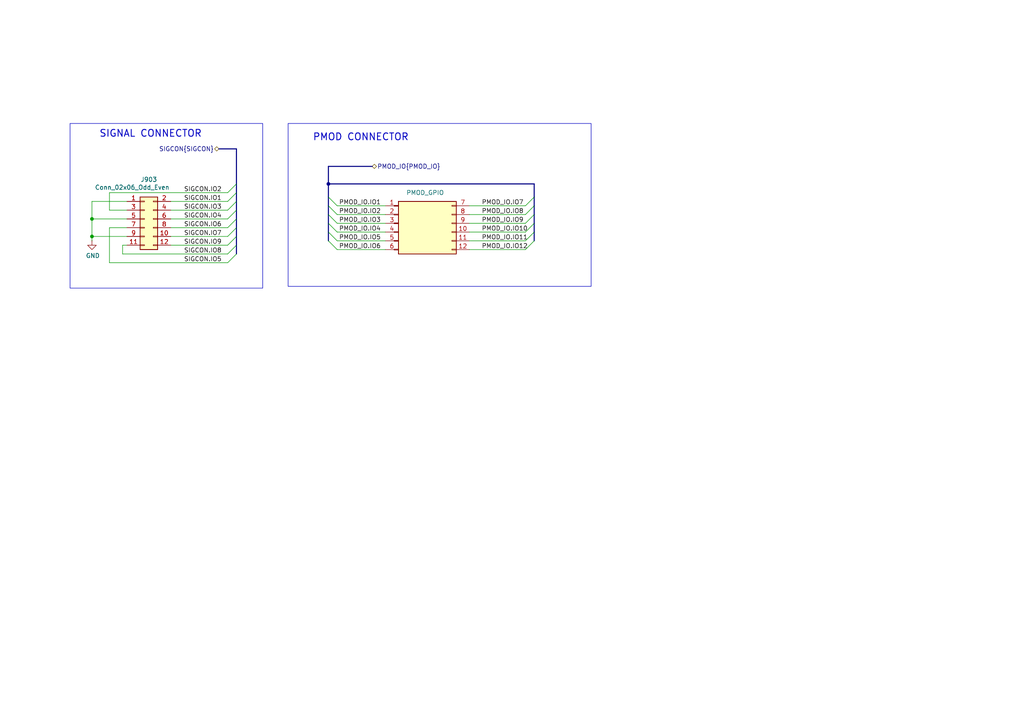
<source format=kicad_sch>
(kicad_sch (version 20250114) (generator "eeschema") (generator_version "9.0")
  (paper "A4")
  (lib_symbols
    (symbol "Connector_Generic:Conn_02x06_Odd_Even" (pin_names (offset 1.016) (hide yes))
      (property "Reference" "J" (at 1.27 7.62 0))
      (property "Value" "Conn_02x06_Odd_Even" (at 1.27 -10.16 0))
      (symbol "Conn_02x06_Odd_Even_1_1"
        (rectangle (start -1.27 6.35) (end 3.81 -8.89) (stroke (width 0.254)) (fill (type background)))
        (rectangle (start -1.27 5.207) (end 0 4.953) (stroke (width 0.1524)))
        (rectangle (start -1.27 2.667) (end 0 2.413) (stroke (width 0.1524)))
        (rectangle (start -1.27 0.127) (end 0 -0.127) (stroke (width 0.1524)))
        (rectangle (start -1.27 -2.413) (end 0 -2.667) (stroke (width 0.1524)))
        (rectangle (start -1.27 -4.953) (end 0 -5.207) (stroke (width 0.1524)))
        (rectangle (start -1.27 -7.493) (end 0 -7.747) (stroke (width 0.1524)))
        (rectangle (start 3.81 5.207) (end 2.54 4.953) (stroke (width 0.1524)))
        (rectangle (start 3.81 2.667) (end 2.54 2.413) (stroke (width 0.1524)))
        (rectangle (start 3.81 0.127) (end 2.54 -0.127) (stroke (width 0.1524)))
        (rectangle (start 3.81 -2.413) (end 2.54 -2.667) (stroke (width 0.1524)))
        (rectangle (start 3.81 -4.953) (end 2.54 -5.207) (stroke (width 0.1524)))
        (rectangle (start 3.81 -7.493) (end 2.54 -7.747) (stroke (width 0.1524)))
        (pin passive line (at -5.08 5.08 0) (length 3.81) (name "Pin_1") (number "1"))
        (pin passive line (at -5.08 2.54 0) (length 3.81) (name "Pin_3") (number "3"))
        (pin passive line (at -5.08 0 0) (length 3.81) (name "Pin_5") (number "5"))
        (pin passive line (at -5.08 -2.54 0) (length 3.81) (name "Pin_7") (number "7"))
        (pin passive line (at -5.08 -5.08 0) (length 3.81) (name "Pin_9") (number "9"))
        (pin passive line (at -5.08 -7.62 0) (length 3.81) (name "Pin_11") (number "11"))
        (pin passive line (at 7.62 5.08 180) (length 3.81) (name "Pin_2") (number "2"))
        (pin passive line (at 7.62 2.54 180) (length 3.81) (name "Pin_4") (number "4"))
        (pin passive line (at 7.62 0 180) (length 3.81) (name "Pin_6") (number "6"))
        (pin passive line (at 7.62 -2.54 180) (length 3.81) (name "Pin_8") (number "8"))
        (pin passive line (at 7.62 -5.08 180) (length 3.81) (name "Pin_10") (number "10"))
        (pin passive line (at 7.62 -7.62 180) (length 3.81) (name "Pin_12") (number "12"))
      )
    )
    (symbol "iw-connector:PMOD_GPIO" (pin_names (offset 1.016) (hide yes))
      (property "Value" "PMOD_GPIO" (at 7.62 -7.366 0))
      (symbol "PMOD_GPIO_1_1"
        (rectangle (start -1.27 5.207) (end 0 4.953) (stroke (width 0.1524)))
        (rectangle (start -1.27 2.667) (end 0 2.413) (stroke (width 0.1524)))
        (rectangle (start -1.27 0.127) (end 0 -0.127) (stroke (width 0.1524)))
        (rectangle (start -1.27 -2.413) (end 0 -2.667) (stroke (width 0.1524)))
        (rectangle (start -1.27 -4.953) (end 0 -5.207) (stroke (width 0.1524)))
        (rectangle (start -1.27 -7.493) (end 0 -7.747) (stroke (width 0.1524)))
        (rectangle (start 0 6.35) (end 16.764 -8.89) (stroke (width 0.254)) (fill (type background)))
        (rectangle (start 16.764 5.207) (end 15.494 4.953) (stroke (width 0.1524)))
        (rectangle (start 16.764 2.667) (end 15.494 2.413) (stroke (width 0.1524)))
        (rectangle (start 16.764 0.127) (end 15.494 -0.127) (stroke (width 0.1524)))
        (rectangle (start 16.764 -2.413) (end 15.494 -2.667) (stroke (width 0.1524)))
        (rectangle (start 16.764 -4.953) (end 15.494 -5.207) (stroke (width 0.1524)))
        (rectangle (start 16.764 -7.493) (end 15.494 -7.747) (stroke (width 0.1524)))
        (pin passive line (at -3.81 5.08 0) (length 3.81) (name "IO1/TMS") (number "1"))
        (pin passive line (at -3.81 2.54 0) (length 3.81) (name "IO2/TDI") (number "2"))
        (pin passive line (at -3.81 0 0) (length 3.81) (name "IO3/TDO") (number "3"))
        (pin passive line (at -3.81 -2.54 0) (length 3.81) (name "IO4/TCK") (number "4"))
        (pin passive line (at -3.81 -5.08 0) (length 3.81) (name "GND") (number "5"))
        (pin passive line (at -3.81 -7.62 0) (length 3.81) (name "Vcc") (number "6"))
        (pin passive line (at 20.574 5.08 180) (length 3.81) (name "IO5") (number "7"))
        (pin passive line (at 20.574 2.54 180) (length 3.81) (name "IO6") (number "8"))
        (pin passive line (at 20.574 0 180) (length 3.81) (name "IO7") (number "9"))
        (pin passive line (at 20.574 -2.54 180) (length 3.81) (name "IO8") (number "10"))
        (pin passive line (at 20.574 -5.08 180) (length 3.81) (name "GND") (number "11"))
        (pin passive line (at 20.574 -7.62 180) (length 3.81) (name "Vcc") (number "12"))
      )
    )
    (symbol "power:GND" (power) (pin_numbers (hide yes)) (pin_names (offset 0) (hide yes))
      (property "Value" "GND" (at 0 -3.81 0))
      (symbol "GND_0_1"
        (polyline (pts (xy 0 0) (xy 0 -1.27) (xy 1.27 -1.27) (xy 0 -2.54) (xy -1.27 -1.27) (xy 0 -1.27)))
      )
      (symbol "GND_1_1"
        (pin power_in line (at 0 0 270) (length 0) (name "~") (number "1"))
      )
    )
  )
  (bus_alias "FLASH_MSPI" (members "D[0..3]" "CSn" "CSPPIn1" "CSPPIn2" "MCLK"))
  (bus_alias "FPGA_ADC" (members "D[0..9]" "OTR" "CLK"))
  (bus_alias "JTAG" (members "TMS" "TCK" "TDI" "TDO"))
  (bus_alias "LPDDR3_CTL" (members "A[14..0]" "ODT" "CS#" "WE#" "RESET#" "BA[2..0]" "CAS#" "RAS#" "CK+" "CK-" "CKE"))
  (bus_alias "LPDDR3_DQL" (members "DQ[0..7]" "LDQS+" "LDQS-" "LDM"))
  (bus_alias "LPDDR3_DQU" (members "DQ[8..15]" "UDQS+" "UDQS-" "UDM"))
  (bus_alias "PMOD_IO" (members "IO[1..12]"))
  (bus_alias "RGMII_MDIO" (members "DATA" "CLK"))
  (bus_alias "RGMII_RX" (members "CTL" "D[0..3]" "CLK"))
  (bus_alias "RGMII_TX" (members "CTL" "D[0..3]" "CLK"))
  (bus_alias "SIGCON" (members "IO[0..12]"))
  (bus_alias "USB_ULPI" (members "CLK" "D[0..7]" "RST" "STP" "DIR" "NXT"))
  (rectangle (start 83.566 35.814) (end 171.45 83.058))
  (rectangle (start 20.32 35.814) (end 76.2 83.566))
  (text "SIGNAL CONNECTOR" (at 43.688 38.862 0) (effects (font (size 2 2) (thickness 0.254) (bold yes))))
  (text "Pinout: T_SDA, T_SCL, B40_EN, S10V_EN, PWM[3..0]" (at -26.416 41.91 0) (effects (font (size 1.27 1.27))))
  (text "PMOD CONNECTOR\n" (at 104.648 39.878 0) (effects (font (size 2 2) (thickness 0.254) (bold yes))))
  (junction (at 95.25 53.34))
  (junction (at 26.67 63.5))
  (junction (at 26.67 68.58))
  (bus_entry (at 66.04 71.12) (size 2.54 -2.54))
  (bus_entry (at 66.04 66.04) (size 2.54 -2.54))
  (bus_entry (at 152.4 62.23) (size 2.54 -2.54))
  (bus_entry (at 97.79 72.39) (size -2.54 -2.54))
  (bus_entry (at 66.04 76.2) (size 2.54 -2.54))
  (bus_entry (at 97.79 59.69) (size -2.54 -2.54))
  (bus_entry (at 97.79 62.23) (size -2.54 -2.54))
  (bus_entry (at 97.79 69.85) (size -2.54 -2.54))
  (bus_entry (at 152.4 72.39) (size 2.54 -2.54))
  (bus_entry (at 66.04 63.5) (size 2.54 -2.54))
  (bus_entry (at 152.4 64.77) (size 2.54 -2.54))
  (bus_entry (at 97.79 67.31) (size -2.54 -2.54))
  (bus_entry (at 97.79 64.77) (size -2.54 -2.54))
  (bus_entry (at 66.04 55.88) (size 2.54 -2.54))
  (bus_entry (at 152.4 69.85) (size 2.54 -2.54))
  (bus_entry (at 66.04 68.58) (size 2.54 -2.54))
  (bus_entry (at 66.04 58.42) (size 2.54 -2.54))
  (bus_entry (at 66.04 73.66) (size 2.54 -2.54))
  (bus_entry (at 152.4 67.31) (size 2.54 -2.54))
  (bus_entry (at 152.4 59.69) (size 2.54 -2.54))
  (bus_entry (at 66.04 60.96) (size 2.54 -2.54))
  (wire (pts (xy 136.144 67.31) (xy 152.4 67.31)))
  (wire (pts (xy 97.79 64.77) (xy 111.76 64.77)))
  (wire (pts (xy 136.144 69.85) (xy 152.4 69.85)))
  (bus (pts (xy 68.58 68.58) (xy 68.58 71.12)))
  (wire (pts (xy 97.79 67.31) (xy 111.76 67.31)))
  (wire (pts (xy 26.67 68.58) (xy 36.83 68.58)))
  (bus (pts (xy 95.25 59.69) (xy 95.25 62.23)))
  (bus (pts (xy 154.94 57.15) (xy 154.94 53.34)))
  (wire (pts (xy 26.67 63.5) (xy 36.83 63.5)))
  (wire (pts (xy 49.53 68.58) (xy 66.04 68.58)))
  (bus (pts (xy 68.58 66.04) (xy 68.58 68.58)))
  (bus (pts (xy 95.25 57.15) (xy 95.25 59.69)))
  (bus (pts (xy 95.25 67.31) (xy 95.25 69.85)))
  (bus (pts (xy 68.58 53.34) (xy 68.58 43.18)))
  (bus (pts (xy 68.58 71.12) (xy 68.58 73.66)))
  (wire (pts (xy 136.144 62.23) (xy 152.4 62.23)))
  (bus (pts (xy 95.25 48.26) (xy 95.25 53.34)))
  (bus (pts (xy 154.94 64.77) (xy 154.94 67.31)))
  (bus (pts (xy 68.58 63.5) (xy 68.58 66.04)))
  (wire (pts (xy 97.79 62.23) (xy 111.76 62.23)))
  (wire (pts (xy 136.144 72.39) (xy 152.4 72.39)))
  (bus (pts (xy 95.25 64.77) (xy 95.25 67.31)))
  (wire (pts (xy 31.75 76.2) (xy 66.04 76.2)))
  (wire (pts (xy 26.67 68.58) (xy 26.67 63.5)))
  (bus (pts (xy 68.58 58.42) (xy 68.58 60.96)))
  (bus (pts (xy 154.94 67.31) (xy 154.94 69.85)))
  (wire (pts (xy 97.79 72.39) (xy 111.76 72.39)))
  (wire (pts (xy 35.56 73.66) (xy 35.56 71.12)))
  (bus (pts (xy 95.25 53.34) (xy 95.25 57.15)))
  (wire (pts (xy 31.75 60.96) (xy 36.83 60.96)))
  (wire (pts (xy 26.67 69.85) (xy 26.67 68.58)))
  (wire (pts (xy 35.56 71.12) (xy 36.83 71.12)))
  (bus (pts (xy 154.94 59.69) (xy 154.94 62.23)))
  (bus (pts (xy 68.58 55.88) (xy 68.58 53.34)))
  (wire (pts (xy 35.56 73.66) (xy 66.04 73.66)))
  (wire (pts (xy 31.75 66.04) (xy 36.83 66.04)))
  (bus (pts (xy 95.25 48.26) (xy 107.95 48.26)))
  (bus (pts (xy 68.58 60.96) (xy 68.58 63.5)))
  (wire (pts (xy 49.53 63.5) (xy 66.04 63.5)))
  (bus (pts (xy 154.94 53.34) (xy 95.25 53.34)))
  (wire (pts (xy 26.67 58.42) (xy 26.67 63.5)))
  (wire (pts (xy 26.67 58.42) (xy 36.83 58.42)))
  (wire (pts (xy 97.79 69.85) (xy 111.76 69.85)))
  (wire (pts (xy 49.53 71.12) (xy 66.04 71.12)))
  (bus (pts (xy 154.94 62.23) (xy 154.94 64.77)))
  (wire (pts (xy 49.53 58.42) (xy 66.04 58.42)))
  (bus (pts (xy 68.58 58.42) (xy 68.58 55.88)))
  (bus (pts (xy 95.25 62.23) (xy 95.25 64.77)))
  (bus (pts (xy 68.58 43.18) (xy 63.5 43.18)))
  (wire (pts (xy 49.53 60.96) (xy 66.04 60.96)))
  (wire (pts (xy 136.144 64.77) (xy 152.4 64.77)))
  (wire (pts (xy 97.79 59.69) (xy 111.76 59.69)))
  (bus (pts (xy 154.94 57.15) (xy 154.94 59.69)))
  (wire (pts (xy 136.144 59.69) (xy 152.4 59.69)))
  (wire (pts (xy 31.75 55.88) (xy 31.75 60.96)))
  (wire (pts (xy 31.75 66.04) (xy 31.75 76.2)))
  (wire (pts (xy 49.53 66.04) (xy 66.04 66.04)))
  (wire (pts (xy 31.75 55.88) (xy 66.04 55.88)))
  (label "SIGCON.IO5" (at 53.34 76.2 0))
  (label "PMOD_IO.IO3" (at 110.49 64.77 180))
  (label "PMOD_IO.IO9" (at 139.7 64.77 0))
  (label "PMOD_IO.IO7" (at 139.7 59.69 0))
  (label "SIGCON.IO1" (at 53.34 58.42 0))
  (label "SIGCON.IO3" (at 53.34 60.96 0))
  (label "PMOD_IO.IO8" (at 139.7 62.23 0))
  (label "PMOD_IO.IO1" (at 110.49 59.69 180))
  (label "SIGCON.IO7" (at 53.34 68.58 0))
  (label "PMOD_IO.IO12" (at 139.7 72.39 0))
  (label "SIGCON.IO8" (at 53.34 73.66 0))
  (label "PMOD_IO.IO4" (at 110.49 67.31 180))
  (label "SIGCON.IO4" (at 53.34 63.5 0))
  (label "PMOD_IO.IO11" (at 139.7 69.85 0))
  (label "SIGCON.IO6" (at 53.34 66.04 0))
  (label "SIGCON.IO9" (at 53.34 71.12 0))
  (label "PMOD_IO.IO2" (at 110.49 62.23 180))
  (label "PMOD_IO.IO6" (at 110.49 72.39 180))
  (label "SIGCON.IO2" (at 53.34 55.88 0))
  (label "PMOD_IO.IO5" (at 110.49 69.85 180))
  (label "PMOD_IO.IO10" (at 139.7 67.31 0))
  (hierarchical_label "SIGCON{SIGCON}" (shape bidirectional) (at 63.5 43.18 180))
  (hierarchical_label "PMOD_IO{PMOD_IO}" (shape bidirectional) (at 107.95 48.26 0))
  (symbol (lib_id "iw-connector:PMOD_GPIO") (at 115.57 64.77 0) (unit 1)
    (property "Reference" "J704" (effects (hide yes)))
    (property "Value" "PMOD_GPIO" (at 123.317 55.88 0))
    (property "Footprint" "iw-connector:PMOD_Pinsocket" (effects (hide yes)))
    (property "Datasheet" "https://digilent.com/reference/pmod/pmodlvlshft/reference-manual?srsltid=AfmBOoqiANiskQAMnS7YozrIuBOWGm90IdDctny3tusDvw51BA9ZKx-o" (effects (hide yes)))
    (property "Description" "Generic connector, double row, 02x06, top/bottom pin numbering scheme (row 1: 1...pins_per_row, row2: pins_per_row+1 ... num_pins), script generated (kicad-library-utils/schlib/autogen/connector/)" (effects (hide yes)))
    (property "LCSC Part Number" "C2897426" (effects (hide yes)))
    (property "Manufacturing Part Number" "PM254-2-06-W-8.5 " (effects (hide yes)))
  )
  (symbol (lib_id "Connector_Generic:Conn_02x06_Odd_Even") (at 41.91 63.5 0) (unit 1) (in_bom no)
    (property "Reference" "J903" (at 43.18 52.07 0))
    (property "Value" "Conn_02x06_Odd_Even" (at 38.354 54.356 0))
    (property "Footprint" "Connector_PinSocket_2.54mm:PinSocket_2x06_P2.54mm_Vertical" (effects (hide yes)))
    (property "Description" "Generic connector, double row, 02x06, odd/even pin numbering scheme (row 1 odd numbers, row 2 even numbers), script generated (kicad-library-utils/schlib/autogen/connector/)" (effects (hide yes)))
  )
  (symbol (lib_id "power:GND") (at 26.67 69.85 0) (unit 1)
    (property "Reference" "#PWR0901" (effects (hide yes)))
    (property "Value" "GND" (at 26.924 74.168 0))
    (property "Description" "Power symbol creates a global label with name \"GND\" , ground" (effects (hide yes)))
  )
)
</source>
